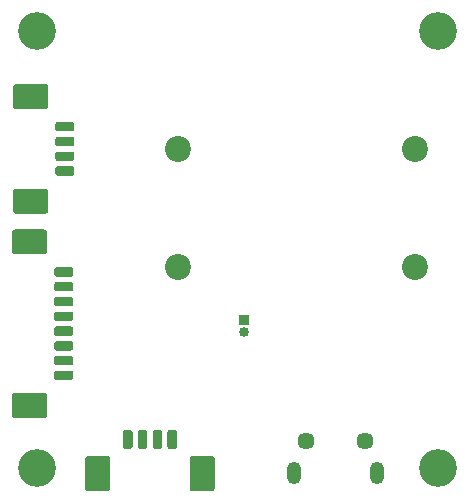
<source format=gbs>
G04 #@! TF.GenerationSoftware,KiCad,Pcbnew,(5.1.5)-3*
G04 #@! TF.CreationDate,2021-09-06T00:05:08-04:00*
G04 #@! TF.ProjectId,EPC611 LIDAR,45504336-3131-4204-9c49-4441522e6b69,rev?*
G04 #@! TF.SameCoordinates,Original*
G04 #@! TF.FileFunction,Soldermask,Bot*
G04 #@! TF.FilePolarity,Negative*
%FSLAX46Y46*%
G04 Gerber Fmt 4.6, Leading zero omitted, Abs format (unit mm)*
G04 Created by KiCad (PCBNEW (5.1.5)-3) date 2021-09-06 00:05:08*
%MOMM*%
%LPD*%
G04 APERTURE LIST*
%ADD10O,0.850000X0.850000*%
%ADD11R,0.850000X0.850000*%
%ADD12C,0.100000*%
%ADD13O,1.200000X1.900000*%
%ADD14C,1.450000*%
%ADD15C,3.200000*%
%ADD16C,2.200000*%
G04 APERTURE END LIST*
D10*
X100600000Y-100500000D03*
D11*
X100600000Y-99500000D03*
D12*
G36*
X83674594Y-91826203D02*
G01*
X83698853Y-91829802D01*
X83722642Y-91835761D01*
X83745733Y-91844023D01*
X83767902Y-91854508D01*
X83788937Y-91867116D01*
X83808635Y-91881725D01*
X83826806Y-91898194D01*
X83843275Y-91916365D01*
X83857884Y-91936063D01*
X83870492Y-91957098D01*
X83880977Y-91979267D01*
X83889239Y-92002358D01*
X83895198Y-92026147D01*
X83898797Y-92050406D01*
X83900000Y-92074900D01*
X83900000Y-93675100D01*
X83898797Y-93699594D01*
X83895198Y-93723853D01*
X83889239Y-93747642D01*
X83880977Y-93770733D01*
X83870492Y-93792902D01*
X83857884Y-93813937D01*
X83843275Y-93833635D01*
X83826806Y-93851806D01*
X83808635Y-93868275D01*
X83788937Y-93882884D01*
X83767902Y-93895492D01*
X83745733Y-93905977D01*
X83722642Y-93914239D01*
X83698853Y-93920198D01*
X83674594Y-93923797D01*
X83650100Y-93925000D01*
X81149900Y-93925000D01*
X81125406Y-93923797D01*
X81101147Y-93920198D01*
X81077358Y-93914239D01*
X81054267Y-93905977D01*
X81032098Y-93895492D01*
X81011063Y-93882884D01*
X80991365Y-93868275D01*
X80973194Y-93851806D01*
X80956725Y-93833635D01*
X80942116Y-93813937D01*
X80929508Y-93792902D01*
X80919023Y-93770733D01*
X80910761Y-93747642D01*
X80904802Y-93723853D01*
X80901203Y-93699594D01*
X80900000Y-93675100D01*
X80900000Y-92074900D01*
X80901203Y-92050406D01*
X80904802Y-92026147D01*
X80910761Y-92002358D01*
X80919023Y-91979267D01*
X80929508Y-91957098D01*
X80942116Y-91936063D01*
X80956725Y-91916365D01*
X80973194Y-91898194D01*
X80991365Y-91881725D01*
X81011063Y-91867116D01*
X81032098Y-91854508D01*
X81054267Y-91844023D01*
X81077358Y-91835761D01*
X81101147Y-91829802D01*
X81125406Y-91826203D01*
X81149900Y-91825000D01*
X83650100Y-91825000D01*
X83674594Y-91826203D01*
G37*
G36*
X83674504Y-105676204D02*
G01*
X83698773Y-105679804D01*
X83722571Y-105685765D01*
X83745671Y-105694030D01*
X83767849Y-105704520D01*
X83788893Y-105717133D01*
X83808598Y-105731747D01*
X83826777Y-105748223D01*
X83843253Y-105766402D01*
X83857867Y-105786107D01*
X83870480Y-105807151D01*
X83880970Y-105829329D01*
X83889235Y-105852429D01*
X83895196Y-105876227D01*
X83898796Y-105900496D01*
X83900000Y-105925000D01*
X83900000Y-107525000D01*
X83898796Y-107549504D01*
X83895196Y-107573773D01*
X83889235Y-107597571D01*
X83880970Y-107620671D01*
X83870480Y-107642849D01*
X83857867Y-107663893D01*
X83843253Y-107683598D01*
X83826777Y-107701777D01*
X83808598Y-107718253D01*
X83788893Y-107732867D01*
X83767849Y-107745480D01*
X83745671Y-107755970D01*
X83722571Y-107764235D01*
X83698773Y-107770196D01*
X83674504Y-107773796D01*
X83650000Y-107775000D01*
X81150000Y-107775000D01*
X81125496Y-107773796D01*
X81101227Y-107770196D01*
X81077429Y-107764235D01*
X81054329Y-107755970D01*
X81032151Y-107745480D01*
X81011107Y-107732867D01*
X80991402Y-107718253D01*
X80973223Y-107701777D01*
X80956747Y-107683598D01*
X80942133Y-107663893D01*
X80929520Y-107642849D01*
X80919030Y-107620671D01*
X80910765Y-107597571D01*
X80904804Y-107573773D01*
X80901204Y-107549504D01*
X80900000Y-107525000D01*
X80900000Y-105925000D01*
X80901204Y-105900496D01*
X80904804Y-105876227D01*
X80910765Y-105852429D01*
X80919030Y-105829329D01*
X80929520Y-105807151D01*
X80942133Y-105786107D01*
X80956747Y-105766402D01*
X80973223Y-105748223D01*
X80991402Y-105731747D01*
X81011107Y-105717133D01*
X81032151Y-105704520D01*
X81054329Y-105694030D01*
X81077429Y-105685765D01*
X81101227Y-105679804D01*
X81125496Y-105676204D01*
X81150000Y-105675000D01*
X83650000Y-105675000D01*
X83674504Y-105676204D01*
G37*
G36*
X85919603Y-95025963D02*
G01*
X85939018Y-95028843D01*
X85958057Y-95033612D01*
X85976537Y-95040224D01*
X85994279Y-95048616D01*
X86011114Y-95058706D01*
X86026879Y-95070398D01*
X86041421Y-95083579D01*
X86054602Y-95098121D01*
X86066294Y-95113886D01*
X86076384Y-95130721D01*
X86084776Y-95148463D01*
X86091388Y-95166943D01*
X86096157Y-95185982D01*
X86099037Y-95205397D01*
X86100000Y-95225000D01*
X86100000Y-95625000D01*
X86099037Y-95644603D01*
X86096157Y-95664018D01*
X86091388Y-95683057D01*
X86084776Y-95701537D01*
X86076384Y-95719279D01*
X86066294Y-95736114D01*
X86054602Y-95751879D01*
X86041421Y-95766421D01*
X86026879Y-95779602D01*
X86011114Y-95791294D01*
X85994279Y-95801384D01*
X85976537Y-95809776D01*
X85958057Y-95816388D01*
X85939018Y-95821157D01*
X85919603Y-95824037D01*
X85900000Y-95825000D01*
X84700000Y-95825000D01*
X84680397Y-95824037D01*
X84660982Y-95821157D01*
X84641943Y-95816388D01*
X84623463Y-95809776D01*
X84605721Y-95801384D01*
X84588886Y-95791294D01*
X84573121Y-95779602D01*
X84558579Y-95766421D01*
X84545398Y-95751879D01*
X84533706Y-95736114D01*
X84523616Y-95719279D01*
X84515224Y-95701537D01*
X84508612Y-95683057D01*
X84503843Y-95664018D01*
X84500963Y-95644603D01*
X84500000Y-95625000D01*
X84500000Y-95225000D01*
X84500963Y-95205397D01*
X84503843Y-95185982D01*
X84508612Y-95166943D01*
X84515224Y-95148463D01*
X84523616Y-95130721D01*
X84533706Y-95113886D01*
X84545398Y-95098121D01*
X84558579Y-95083579D01*
X84573121Y-95070398D01*
X84588886Y-95058706D01*
X84605721Y-95048616D01*
X84623463Y-95040224D01*
X84641943Y-95033612D01*
X84660982Y-95028843D01*
X84680397Y-95025963D01*
X84700000Y-95025000D01*
X85900000Y-95025000D01*
X85919603Y-95025963D01*
G37*
G36*
X85919603Y-96275963D02*
G01*
X85939018Y-96278843D01*
X85958057Y-96283612D01*
X85976537Y-96290224D01*
X85994279Y-96298616D01*
X86011114Y-96308706D01*
X86026879Y-96320398D01*
X86041421Y-96333579D01*
X86054602Y-96348121D01*
X86066294Y-96363886D01*
X86076384Y-96380721D01*
X86084776Y-96398463D01*
X86091388Y-96416943D01*
X86096157Y-96435982D01*
X86099037Y-96455397D01*
X86100000Y-96475000D01*
X86100000Y-96875000D01*
X86099037Y-96894603D01*
X86096157Y-96914018D01*
X86091388Y-96933057D01*
X86084776Y-96951537D01*
X86076384Y-96969279D01*
X86066294Y-96986114D01*
X86054602Y-97001879D01*
X86041421Y-97016421D01*
X86026879Y-97029602D01*
X86011114Y-97041294D01*
X85994279Y-97051384D01*
X85976537Y-97059776D01*
X85958057Y-97066388D01*
X85939018Y-97071157D01*
X85919603Y-97074037D01*
X85900000Y-97075000D01*
X84700000Y-97075000D01*
X84680397Y-97074037D01*
X84660982Y-97071157D01*
X84641943Y-97066388D01*
X84623463Y-97059776D01*
X84605721Y-97051384D01*
X84588886Y-97041294D01*
X84573121Y-97029602D01*
X84558579Y-97016421D01*
X84545398Y-97001879D01*
X84533706Y-96986114D01*
X84523616Y-96969279D01*
X84515224Y-96951537D01*
X84508612Y-96933057D01*
X84503843Y-96914018D01*
X84500963Y-96894603D01*
X84500000Y-96875000D01*
X84500000Y-96475000D01*
X84500963Y-96455397D01*
X84503843Y-96435982D01*
X84508612Y-96416943D01*
X84515224Y-96398463D01*
X84523616Y-96380721D01*
X84533706Y-96363886D01*
X84545398Y-96348121D01*
X84558579Y-96333579D01*
X84573121Y-96320398D01*
X84588886Y-96308706D01*
X84605721Y-96298616D01*
X84623463Y-96290224D01*
X84641943Y-96283612D01*
X84660982Y-96278843D01*
X84680397Y-96275963D01*
X84700000Y-96275000D01*
X85900000Y-96275000D01*
X85919603Y-96275963D01*
G37*
G36*
X85919603Y-97525963D02*
G01*
X85939018Y-97528843D01*
X85958057Y-97533612D01*
X85976537Y-97540224D01*
X85994279Y-97548616D01*
X86011114Y-97558706D01*
X86026879Y-97570398D01*
X86041421Y-97583579D01*
X86054602Y-97598121D01*
X86066294Y-97613886D01*
X86076384Y-97630721D01*
X86084776Y-97648463D01*
X86091388Y-97666943D01*
X86096157Y-97685982D01*
X86099037Y-97705397D01*
X86100000Y-97725000D01*
X86100000Y-98125000D01*
X86099037Y-98144603D01*
X86096157Y-98164018D01*
X86091388Y-98183057D01*
X86084776Y-98201537D01*
X86076384Y-98219279D01*
X86066294Y-98236114D01*
X86054602Y-98251879D01*
X86041421Y-98266421D01*
X86026879Y-98279602D01*
X86011114Y-98291294D01*
X85994279Y-98301384D01*
X85976537Y-98309776D01*
X85958057Y-98316388D01*
X85939018Y-98321157D01*
X85919603Y-98324037D01*
X85900000Y-98325000D01*
X84700000Y-98325000D01*
X84680397Y-98324037D01*
X84660982Y-98321157D01*
X84641943Y-98316388D01*
X84623463Y-98309776D01*
X84605721Y-98301384D01*
X84588886Y-98291294D01*
X84573121Y-98279602D01*
X84558579Y-98266421D01*
X84545398Y-98251879D01*
X84533706Y-98236114D01*
X84523616Y-98219279D01*
X84515224Y-98201537D01*
X84508612Y-98183057D01*
X84503843Y-98164018D01*
X84500963Y-98144603D01*
X84500000Y-98125000D01*
X84500000Y-97725000D01*
X84500963Y-97705397D01*
X84503843Y-97685982D01*
X84508612Y-97666943D01*
X84515224Y-97648463D01*
X84523616Y-97630721D01*
X84533706Y-97613886D01*
X84545398Y-97598121D01*
X84558579Y-97583579D01*
X84573121Y-97570398D01*
X84588886Y-97558706D01*
X84605721Y-97548616D01*
X84623463Y-97540224D01*
X84641943Y-97533612D01*
X84660982Y-97528843D01*
X84680397Y-97525963D01*
X84700000Y-97525000D01*
X85900000Y-97525000D01*
X85919603Y-97525963D01*
G37*
G36*
X85919603Y-98775963D02*
G01*
X85939018Y-98778843D01*
X85958057Y-98783612D01*
X85976537Y-98790224D01*
X85994279Y-98798616D01*
X86011114Y-98808706D01*
X86026879Y-98820398D01*
X86041421Y-98833579D01*
X86054602Y-98848121D01*
X86066294Y-98863886D01*
X86076384Y-98880721D01*
X86084776Y-98898463D01*
X86091388Y-98916943D01*
X86096157Y-98935982D01*
X86099037Y-98955397D01*
X86100000Y-98975000D01*
X86100000Y-99375000D01*
X86099037Y-99394603D01*
X86096157Y-99414018D01*
X86091388Y-99433057D01*
X86084776Y-99451537D01*
X86076384Y-99469279D01*
X86066294Y-99486114D01*
X86054602Y-99501879D01*
X86041421Y-99516421D01*
X86026879Y-99529602D01*
X86011114Y-99541294D01*
X85994279Y-99551384D01*
X85976537Y-99559776D01*
X85958057Y-99566388D01*
X85939018Y-99571157D01*
X85919603Y-99574037D01*
X85900000Y-99575000D01*
X84700000Y-99575000D01*
X84680397Y-99574037D01*
X84660982Y-99571157D01*
X84641943Y-99566388D01*
X84623463Y-99559776D01*
X84605721Y-99551384D01*
X84588886Y-99541294D01*
X84573121Y-99529602D01*
X84558579Y-99516421D01*
X84545398Y-99501879D01*
X84533706Y-99486114D01*
X84523616Y-99469279D01*
X84515224Y-99451537D01*
X84508612Y-99433057D01*
X84503843Y-99414018D01*
X84500963Y-99394603D01*
X84500000Y-99375000D01*
X84500000Y-98975000D01*
X84500963Y-98955397D01*
X84503843Y-98935982D01*
X84508612Y-98916943D01*
X84515224Y-98898463D01*
X84523616Y-98880721D01*
X84533706Y-98863886D01*
X84545398Y-98848121D01*
X84558579Y-98833579D01*
X84573121Y-98820398D01*
X84588886Y-98808706D01*
X84605721Y-98798616D01*
X84623463Y-98790224D01*
X84641943Y-98783612D01*
X84660982Y-98778843D01*
X84680397Y-98775963D01*
X84700000Y-98775000D01*
X85900000Y-98775000D01*
X85919603Y-98775963D01*
G37*
G36*
X85919603Y-100025963D02*
G01*
X85939018Y-100028843D01*
X85958057Y-100033612D01*
X85976537Y-100040224D01*
X85994279Y-100048616D01*
X86011114Y-100058706D01*
X86026879Y-100070398D01*
X86041421Y-100083579D01*
X86054602Y-100098121D01*
X86066294Y-100113886D01*
X86076384Y-100130721D01*
X86084776Y-100148463D01*
X86091388Y-100166943D01*
X86096157Y-100185982D01*
X86099037Y-100205397D01*
X86100000Y-100225000D01*
X86100000Y-100625000D01*
X86099037Y-100644603D01*
X86096157Y-100664018D01*
X86091388Y-100683057D01*
X86084776Y-100701537D01*
X86076384Y-100719279D01*
X86066294Y-100736114D01*
X86054602Y-100751879D01*
X86041421Y-100766421D01*
X86026879Y-100779602D01*
X86011114Y-100791294D01*
X85994279Y-100801384D01*
X85976537Y-100809776D01*
X85958057Y-100816388D01*
X85939018Y-100821157D01*
X85919603Y-100824037D01*
X85900000Y-100825000D01*
X84700000Y-100825000D01*
X84680397Y-100824037D01*
X84660982Y-100821157D01*
X84641943Y-100816388D01*
X84623463Y-100809776D01*
X84605721Y-100801384D01*
X84588886Y-100791294D01*
X84573121Y-100779602D01*
X84558579Y-100766421D01*
X84545398Y-100751879D01*
X84533706Y-100736114D01*
X84523616Y-100719279D01*
X84515224Y-100701537D01*
X84508612Y-100683057D01*
X84503843Y-100664018D01*
X84500963Y-100644603D01*
X84500000Y-100625000D01*
X84500000Y-100225000D01*
X84500963Y-100205397D01*
X84503843Y-100185982D01*
X84508612Y-100166943D01*
X84515224Y-100148463D01*
X84523616Y-100130721D01*
X84533706Y-100113886D01*
X84545398Y-100098121D01*
X84558579Y-100083579D01*
X84573121Y-100070398D01*
X84588886Y-100058706D01*
X84605721Y-100048616D01*
X84623463Y-100040224D01*
X84641943Y-100033612D01*
X84660982Y-100028843D01*
X84680397Y-100025963D01*
X84700000Y-100025000D01*
X85900000Y-100025000D01*
X85919603Y-100025963D01*
G37*
G36*
X85919603Y-101275963D02*
G01*
X85939018Y-101278843D01*
X85958057Y-101283612D01*
X85976537Y-101290224D01*
X85994279Y-101298616D01*
X86011114Y-101308706D01*
X86026879Y-101320398D01*
X86041421Y-101333579D01*
X86054602Y-101348121D01*
X86066294Y-101363886D01*
X86076384Y-101380721D01*
X86084776Y-101398463D01*
X86091388Y-101416943D01*
X86096157Y-101435982D01*
X86099037Y-101455397D01*
X86100000Y-101475000D01*
X86100000Y-101875000D01*
X86099037Y-101894603D01*
X86096157Y-101914018D01*
X86091388Y-101933057D01*
X86084776Y-101951537D01*
X86076384Y-101969279D01*
X86066294Y-101986114D01*
X86054602Y-102001879D01*
X86041421Y-102016421D01*
X86026879Y-102029602D01*
X86011114Y-102041294D01*
X85994279Y-102051384D01*
X85976537Y-102059776D01*
X85958057Y-102066388D01*
X85939018Y-102071157D01*
X85919603Y-102074037D01*
X85900000Y-102075000D01*
X84700000Y-102075000D01*
X84680397Y-102074037D01*
X84660982Y-102071157D01*
X84641943Y-102066388D01*
X84623463Y-102059776D01*
X84605721Y-102051384D01*
X84588886Y-102041294D01*
X84573121Y-102029602D01*
X84558579Y-102016421D01*
X84545398Y-102001879D01*
X84533706Y-101986114D01*
X84523616Y-101969279D01*
X84515224Y-101951537D01*
X84508612Y-101933057D01*
X84503843Y-101914018D01*
X84500963Y-101894603D01*
X84500000Y-101875000D01*
X84500000Y-101475000D01*
X84500963Y-101455397D01*
X84503843Y-101435982D01*
X84508612Y-101416943D01*
X84515224Y-101398463D01*
X84523616Y-101380721D01*
X84533706Y-101363886D01*
X84545398Y-101348121D01*
X84558579Y-101333579D01*
X84573121Y-101320398D01*
X84588886Y-101308706D01*
X84605721Y-101298616D01*
X84623463Y-101290224D01*
X84641943Y-101283612D01*
X84660982Y-101278843D01*
X84680397Y-101275963D01*
X84700000Y-101275000D01*
X85900000Y-101275000D01*
X85919603Y-101275963D01*
G37*
G36*
X85919603Y-102525963D02*
G01*
X85939018Y-102528843D01*
X85958057Y-102533612D01*
X85976537Y-102540224D01*
X85994279Y-102548616D01*
X86011114Y-102558706D01*
X86026879Y-102570398D01*
X86041421Y-102583579D01*
X86054602Y-102598121D01*
X86066294Y-102613886D01*
X86076384Y-102630721D01*
X86084776Y-102648463D01*
X86091388Y-102666943D01*
X86096157Y-102685982D01*
X86099037Y-102705397D01*
X86100000Y-102725000D01*
X86100000Y-103125000D01*
X86099037Y-103144603D01*
X86096157Y-103164018D01*
X86091388Y-103183057D01*
X86084776Y-103201537D01*
X86076384Y-103219279D01*
X86066294Y-103236114D01*
X86054602Y-103251879D01*
X86041421Y-103266421D01*
X86026879Y-103279602D01*
X86011114Y-103291294D01*
X85994279Y-103301384D01*
X85976537Y-103309776D01*
X85958057Y-103316388D01*
X85939018Y-103321157D01*
X85919603Y-103324037D01*
X85900000Y-103325000D01*
X84700000Y-103325000D01*
X84680397Y-103324037D01*
X84660982Y-103321157D01*
X84641943Y-103316388D01*
X84623463Y-103309776D01*
X84605721Y-103301384D01*
X84588886Y-103291294D01*
X84573121Y-103279602D01*
X84558579Y-103266421D01*
X84545398Y-103251879D01*
X84533706Y-103236114D01*
X84523616Y-103219279D01*
X84515224Y-103201537D01*
X84508612Y-103183057D01*
X84503843Y-103164018D01*
X84500963Y-103144603D01*
X84500000Y-103125000D01*
X84500000Y-102725000D01*
X84500963Y-102705397D01*
X84503843Y-102685982D01*
X84508612Y-102666943D01*
X84515224Y-102648463D01*
X84523616Y-102630721D01*
X84533706Y-102613886D01*
X84545398Y-102598121D01*
X84558579Y-102583579D01*
X84573121Y-102570398D01*
X84588886Y-102558706D01*
X84605721Y-102548616D01*
X84623463Y-102540224D01*
X84641943Y-102533612D01*
X84660982Y-102528843D01*
X84680397Y-102525963D01*
X84700000Y-102525000D01*
X85900000Y-102525000D01*
X85919603Y-102525963D01*
G37*
G36*
X85919603Y-103775963D02*
G01*
X85939018Y-103778843D01*
X85958057Y-103783612D01*
X85976537Y-103790224D01*
X85994279Y-103798616D01*
X86011114Y-103808706D01*
X86026879Y-103820398D01*
X86041421Y-103833579D01*
X86054602Y-103848121D01*
X86066294Y-103863886D01*
X86076384Y-103880721D01*
X86084776Y-103898463D01*
X86091388Y-103916943D01*
X86096157Y-103935982D01*
X86099037Y-103955397D01*
X86100000Y-103975000D01*
X86100000Y-104375000D01*
X86099037Y-104394603D01*
X86096157Y-104414018D01*
X86091388Y-104433057D01*
X86084776Y-104451537D01*
X86076384Y-104469279D01*
X86066294Y-104486114D01*
X86054602Y-104501879D01*
X86041421Y-104516421D01*
X86026879Y-104529602D01*
X86011114Y-104541294D01*
X85994279Y-104551384D01*
X85976537Y-104559776D01*
X85958057Y-104566388D01*
X85939018Y-104571157D01*
X85919603Y-104574037D01*
X85900000Y-104575000D01*
X84700000Y-104575000D01*
X84680397Y-104574037D01*
X84660982Y-104571157D01*
X84641943Y-104566388D01*
X84623463Y-104559776D01*
X84605721Y-104551384D01*
X84588886Y-104541294D01*
X84573121Y-104529602D01*
X84558579Y-104516421D01*
X84545398Y-104501879D01*
X84533706Y-104486114D01*
X84523616Y-104469279D01*
X84515224Y-104451537D01*
X84508612Y-104433057D01*
X84503843Y-104414018D01*
X84500963Y-104394603D01*
X84500000Y-104375000D01*
X84500000Y-103975000D01*
X84500963Y-103955397D01*
X84503843Y-103935982D01*
X84508612Y-103916943D01*
X84515224Y-103898463D01*
X84523616Y-103880721D01*
X84533706Y-103863886D01*
X84545398Y-103848121D01*
X84558579Y-103833579D01*
X84573121Y-103820398D01*
X84588886Y-103808706D01*
X84605721Y-103798616D01*
X84623463Y-103790224D01*
X84641943Y-103783612D01*
X84660982Y-103778843D01*
X84680397Y-103775963D01*
X84700000Y-103775000D01*
X85900000Y-103775000D01*
X85919603Y-103775963D01*
G37*
D13*
X111800000Y-112437500D03*
X104800000Y-112437500D03*
D14*
X110800000Y-109737500D03*
X105800000Y-109737500D03*
D12*
G36*
X83774504Y-79526204D02*
G01*
X83798773Y-79529804D01*
X83822571Y-79535765D01*
X83845671Y-79544030D01*
X83867849Y-79554520D01*
X83888893Y-79567133D01*
X83908598Y-79581747D01*
X83926777Y-79598223D01*
X83943253Y-79616402D01*
X83957867Y-79636107D01*
X83970480Y-79657151D01*
X83980970Y-79679329D01*
X83989235Y-79702429D01*
X83995196Y-79726227D01*
X83998796Y-79750496D01*
X84000000Y-79775000D01*
X84000000Y-81375000D01*
X83998796Y-81399504D01*
X83995196Y-81423773D01*
X83989235Y-81447571D01*
X83980970Y-81470671D01*
X83970480Y-81492849D01*
X83957867Y-81513893D01*
X83943253Y-81533598D01*
X83926777Y-81551777D01*
X83908598Y-81568253D01*
X83888893Y-81582867D01*
X83867849Y-81595480D01*
X83845671Y-81605970D01*
X83822571Y-81614235D01*
X83798773Y-81620196D01*
X83774504Y-81623796D01*
X83750000Y-81625000D01*
X81250000Y-81625000D01*
X81225496Y-81623796D01*
X81201227Y-81620196D01*
X81177429Y-81614235D01*
X81154329Y-81605970D01*
X81132151Y-81595480D01*
X81111107Y-81582867D01*
X81091402Y-81568253D01*
X81073223Y-81551777D01*
X81056747Y-81533598D01*
X81042133Y-81513893D01*
X81029520Y-81492849D01*
X81019030Y-81470671D01*
X81010765Y-81447571D01*
X81004804Y-81423773D01*
X81001204Y-81399504D01*
X81000000Y-81375000D01*
X81000000Y-79775000D01*
X81001204Y-79750496D01*
X81004804Y-79726227D01*
X81010765Y-79702429D01*
X81019030Y-79679329D01*
X81029520Y-79657151D01*
X81042133Y-79636107D01*
X81056747Y-79616402D01*
X81073223Y-79598223D01*
X81091402Y-79581747D01*
X81111107Y-79567133D01*
X81132151Y-79554520D01*
X81154329Y-79544030D01*
X81177429Y-79535765D01*
X81201227Y-79529804D01*
X81225496Y-79526204D01*
X81250000Y-79525000D01*
X83750000Y-79525000D01*
X83774504Y-79526204D01*
G37*
G36*
X83774504Y-88376204D02*
G01*
X83798773Y-88379804D01*
X83822571Y-88385765D01*
X83845671Y-88394030D01*
X83867849Y-88404520D01*
X83888893Y-88417133D01*
X83908598Y-88431747D01*
X83926777Y-88448223D01*
X83943253Y-88466402D01*
X83957867Y-88486107D01*
X83970480Y-88507151D01*
X83980970Y-88529329D01*
X83989235Y-88552429D01*
X83995196Y-88576227D01*
X83998796Y-88600496D01*
X84000000Y-88625000D01*
X84000000Y-90225000D01*
X83998796Y-90249504D01*
X83995196Y-90273773D01*
X83989235Y-90297571D01*
X83980970Y-90320671D01*
X83970480Y-90342849D01*
X83957867Y-90363893D01*
X83943253Y-90383598D01*
X83926777Y-90401777D01*
X83908598Y-90418253D01*
X83888893Y-90432867D01*
X83867849Y-90445480D01*
X83845671Y-90455970D01*
X83822571Y-90464235D01*
X83798773Y-90470196D01*
X83774504Y-90473796D01*
X83750000Y-90475000D01*
X81250000Y-90475000D01*
X81225496Y-90473796D01*
X81201227Y-90470196D01*
X81177429Y-90464235D01*
X81154329Y-90455970D01*
X81132151Y-90445480D01*
X81111107Y-90432867D01*
X81091402Y-90418253D01*
X81073223Y-90401777D01*
X81056747Y-90383598D01*
X81042133Y-90363893D01*
X81029520Y-90342849D01*
X81019030Y-90320671D01*
X81010765Y-90297571D01*
X81004804Y-90273773D01*
X81001204Y-90249504D01*
X81000000Y-90225000D01*
X81000000Y-88625000D01*
X81001204Y-88600496D01*
X81004804Y-88576227D01*
X81010765Y-88552429D01*
X81019030Y-88529329D01*
X81029520Y-88507151D01*
X81042133Y-88486107D01*
X81056747Y-88466402D01*
X81073223Y-88448223D01*
X81091402Y-88431747D01*
X81111107Y-88417133D01*
X81132151Y-88404520D01*
X81154329Y-88394030D01*
X81177429Y-88385765D01*
X81201227Y-88379804D01*
X81225496Y-88376204D01*
X81250000Y-88375000D01*
X83750000Y-88375000D01*
X83774504Y-88376204D01*
G37*
G36*
X86019603Y-82725963D02*
G01*
X86039018Y-82728843D01*
X86058057Y-82733612D01*
X86076537Y-82740224D01*
X86094279Y-82748616D01*
X86111114Y-82758706D01*
X86126879Y-82770398D01*
X86141421Y-82783579D01*
X86154602Y-82798121D01*
X86166294Y-82813886D01*
X86176384Y-82830721D01*
X86184776Y-82848463D01*
X86191388Y-82866943D01*
X86196157Y-82885982D01*
X86199037Y-82905397D01*
X86200000Y-82925000D01*
X86200000Y-83325000D01*
X86199037Y-83344603D01*
X86196157Y-83364018D01*
X86191388Y-83383057D01*
X86184776Y-83401537D01*
X86176384Y-83419279D01*
X86166294Y-83436114D01*
X86154602Y-83451879D01*
X86141421Y-83466421D01*
X86126879Y-83479602D01*
X86111114Y-83491294D01*
X86094279Y-83501384D01*
X86076537Y-83509776D01*
X86058057Y-83516388D01*
X86039018Y-83521157D01*
X86019603Y-83524037D01*
X86000000Y-83525000D01*
X84800000Y-83525000D01*
X84780397Y-83524037D01*
X84760982Y-83521157D01*
X84741943Y-83516388D01*
X84723463Y-83509776D01*
X84705721Y-83501384D01*
X84688886Y-83491294D01*
X84673121Y-83479602D01*
X84658579Y-83466421D01*
X84645398Y-83451879D01*
X84633706Y-83436114D01*
X84623616Y-83419279D01*
X84615224Y-83401537D01*
X84608612Y-83383057D01*
X84603843Y-83364018D01*
X84600963Y-83344603D01*
X84600000Y-83325000D01*
X84600000Y-82925000D01*
X84600963Y-82905397D01*
X84603843Y-82885982D01*
X84608612Y-82866943D01*
X84615224Y-82848463D01*
X84623616Y-82830721D01*
X84633706Y-82813886D01*
X84645398Y-82798121D01*
X84658579Y-82783579D01*
X84673121Y-82770398D01*
X84688886Y-82758706D01*
X84705721Y-82748616D01*
X84723463Y-82740224D01*
X84741943Y-82733612D01*
X84760982Y-82728843D01*
X84780397Y-82725963D01*
X84800000Y-82725000D01*
X86000000Y-82725000D01*
X86019603Y-82725963D01*
G37*
G36*
X86019603Y-83975963D02*
G01*
X86039018Y-83978843D01*
X86058057Y-83983612D01*
X86076537Y-83990224D01*
X86094279Y-83998616D01*
X86111114Y-84008706D01*
X86126879Y-84020398D01*
X86141421Y-84033579D01*
X86154602Y-84048121D01*
X86166294Y-84063886D01*
X86176384Y-84080721D01*
X86184776Y-84098463D01*
X86191388Y-84116943D01*
X86196157Y-84135982D01*
X86199037Y-84155397D01*
X86200000Y-84175000D01*
X86200000Y-84575000D01*
X86199037Y-84594603D01*
X86196157Y-84614018D01*
X86191388Y-84633057D01*
X86184776Y-84651537D01*
X86176384Y-84669279D01*
X86166294Y-84686114D01*
X86154602Y-84701879D01*
X86141421Y-84716421D01*
X86126879Y-84729602D01*
X86111114Y-84741294D01*
X86094279Y-84751384D01*
X86076537Y-84759776D01*
X86058057Y-84766388D01*
X86039018Y-84771157D01*
X86019603Y-84774037D01*
X86000000Y-84775000D01*
X84800000Y-84775000D01*
X84780397Y-84774037D01*
X84760982Y-84771157D01*
X84741943Y-84766388D01*
X84723463Y-84759776D01*
X84705721Y-84751384D01*
X84688886Y-84741294D01*
X84673121Y-84729602D01*
X84658579Y-84716421D01*
X84645398Y-84701879D01*
X84633706Y-84686114D01*
X84623616Y-84669279D01*
X84615224Y-84651537D01*
X84608612Y-84633057D01*
X84603843Y-84614018D01*
X84600963Y-84594603D01*
X84600000Y-84575000D01*
X84600000Y-84175000D01*
X84600963Y-84155397D01*
X84603843Y-84135982D01*
X84608612Y-84116943D01*
X84615224Y-84098463D01*
X84623616Y-84080721D01*
X84633706Y-84063886D01*
X84645398Y-84048121D01*
X84658579Y-84033579D01*
X84673121Y-84020398D01*
X84688886Y-84008706D01*
X84705721Y-83998616D01*
X84723463Y-83990224D01*
X84741943Y-83983612D01*
X84760982Y-83978843D01*
X84780397Y-83975963D01*
X84800000Y-83975000D01*
X86000000Y-83975000D01*
X86019603Y-83975963D01*
G37*
G36*
X86019603Y-85225963D02*
G01*
X86039018Y-85228843D01*
X86058057Y-85233612D01*
X86076537Y-85240224D01*
X86094279Y-85248616D01*
X86111114Y-85258706D01*
X86126879Y-85270398D01*
X86141421Y-85283579D01*
X86154602Y-85298121D01*
X86166294Y-85313886D01*
X86176384Y-85330721D01*
X86184776Y-85348463D01*
X86191388Y-85366943D01*
X86196157Y-85385982D01*
X86199037Y-85405397D01*
X86200000Y-85425000D01*
X86200000Y-85825000D01*
X86199037Y-85844603D01*
X86196157Y-85864018D01*
X86191388Y-85883057D01*
X86184776Y-85901537D01*
X86176384Y-85919279D01*
X86166294Y-85936114D01*
X86154602Y-85951879D01*
X86141421Y-85966421D01*
X86126879Y-85979602D01*
X86111114Y-85991294D01*
X86094279Y-86001384D01*
X86076537Y-86009776D01*
X86058057Y-86016388D01*
X86039018Y-86021157D01*
X86019603Y-86024037D01*
X86000000Y-86025000D01*
X84800000Y-86025000D01*
X84780397Y-86024037D01*
X84760982Y-86021157D01*
X84741943Y-86016388D01*
X84723463Y-86009776D01*
X84705721Y-86001384D01*
X84688886Y-85991294D01*
X84673121Y-85979602D01*
X84658579Y-85966421D01*
X84645398Y-85951879D01*
X84633706Y-85936114D01*
X84623616Y-85919279D01*
X84615224Y-85901537D01*
X84608612Y-85883057D01*
X84603843Y-85864018D01*
X84600963Y-85844603D01*
X84600000Y-85825000D01*
X84600000Y-85425000D01*
X84600963Y-85405397D01*
X84603843Y-85385982D01*
X84608612Y-85366943D01*
X84615224Y-85348463D01*
X84623616Y-85330721D01*
X84633706Y-85313886D01*
X84645398Y-85298121D01*
X84658579Y-85283579D01*
X84673121Y-85270398D01*
X84688886Y-85258706D01*
X84705721Y-85248616D01*
X84723463Y-85240224D01*
X84741943Y-85233612D01*
X84760982Y-85228843D01*
X84780397Y-85225963D01*
X84800000Y-85225000D01*
X86000000Y-85225000D01*
X86019603Y-85225963D01*
G37*
G36*
X86019603Y-86475963D02*
G01*
X86039018Y-86478843D01*
X86058057Y-86483612D01*
X86076537Y-86490224D01*
X86094279Y-86498616D01*
X86111114Y-86508706D01*
X86126879Y-86520398D01*
X86141421Y-86533579D01*
X86154602Y-86548121D01*
X86166294Y-86563886D01*
X86176384Y-86580721D01*
X86184776Y-86598463D01*
X86191388Y-86616943D01*
X86196157Y-86635982D01*
X86199037Y-86655397D01*
X86200000Y-86675000D01*
X86200000Y-87075000D01*
X86199037Y-87094603D01*
X86196157Y-87114018D01*
X86191388Y-87133057D01*
X86184776Y-87151537D01*
X86176384Y-87169279D01*
X86166294Y-87186114D01*
X86154602Y-87201879D01*
X86141421Y-87216421D01*
X86126879Y-87229602D01*
X86111114Y-87241294D01*
X86094279Y-87251384D01*
X86076537Y-87259776D01*
X86058057Y-87266388D01*
X86039018Y-87271157D01*
X86019603Y-87274037D01*
X86000000Y-87275000D01*
X84800000Y-87275000D01*
X84780397Y-87274037D01*
X84760982Y-87271157D01*
X84741943Y-87266388D01*
X84723463Y-87259776D01*
X84705721Y-87251384D01*
X84688886Y-87241294D01*
X84673121Y-87229602D01*
X84658579Y-87216421D01*
X84645398Y-87201879D01*
X84633706Y-87186114D01*
X84623616Y-87169279D01*
X84615224Y-87151537D01*
X84608612Y-87133057D01*
X84603843Y-87114018D01*
X84600963Y-87094603D01*
X84600000Y-87075000D01*
X84600000Y-86675000D01*
X84600963Y-86655397D01*
X84603843Y-86635982D01*
X84608612Y-86616943D01*
X84615224Y-86598463D01*
X84623616Y-86580721D01*
X84633706Y-86563886D01*
X84645398Y-86548121D01*
X84658579Y-86533579D01*
X84673121Y-86520398D01*
X84688886Y-86508706D01*
X84705721Y-86498616D01*
X84723463Y-86490224D01*
X84741943Y-86483612D01*
X84760982Y-86478843D01*
X84780397Y-86475963D01*
X84800000Y-86475000D01*
X86000000Y-86475000D01*
X86019603Y-86475963D01*
G37*
G36*
X88999504Y-111001204D02*
G01*
X89023773Y-111004804D01*
X89047571Y-111010765D01*
X89070671Y-111019030D01*
X89092849Y-111029520D01*
X89113893Y-111042133D01*
X89133598Y-111056747D01*
X89151777Y-111073223D01*
X89168253Y-111091402D01*
X89182867Y-111111107D01*
X89195480Y-111132151D01*
X89205970Y-111154329D01*
X89214235Y-111177429D01*
X89220196Y-111201227D01*
X89223796Y-111225496D01*
X89225000Y-111250000D01*
X89225000Y-113750000D01*
X89223796Y-113774504D01*
X89220196Y-113798773D01*
X89214235Y-113822571D01*
X89205970Y-113845671D01*
X89195480Y-113867849D01*
X89182867Y-113888893D01*
X89168253Y-113908598D01*
X89151777Y-113926777D01*
X89133598Y-113943253D01*
X89113893Y-113957867D01*
X89092849Y-113970480D01*
X89070671Y-113980970D01*
X89047571Y-113989235D01*
X89023773Y-113995196D01*
X88999504Y-113998796D01*
X88975000Y-114000000D01*
X87375000Y-114000000D01*
X87350496Y-113998796D01*
X87326227Y-113995196D01*
X87302429Y-113989235D01*
X87279329Y-113980970D01*
X87257151Y-113970480D01*
X87236107Y-113957867D01*
X87216402Y-113943253D01*
X87198223Y-113926777D01*
X87181747Y-113908598D01*
X87167133Y-113888893D01*
X87154520Y-113867849D01*
X87144030Y-113845671D01*
X87135765Y-113822571D01*
X87129804Y-113798773D01*
X87126204Y-113774504D01*
X87125000Y-113750000D01*
X87125000Y-111250000D01*
X87126204Y-111225496D01*
X87129804Y-111201227D01*
X87135765Y-111177429D01*
X87144030Y-111154329D01*
X87154520Y-111132151D01*
X87167133Y-111111107D01*
X87181747Y-111091402D01*
X87198223Y-111073223D01*
X87216402Y-111056747D01*
X87236107Y-111042133D01*
X87257151Y-111029520D01*
X87279329Y-111019030D01*
X87302429Y-111010765D01*
X87326227Y-111004804D01*
X87350496Y-111001204D01*
X87375000Y-111000000D01*
X88975000Y-111000000D01*
X88999504Y-111001204D01*
G37*
G36*
X97849504Y-111001204D02*
G01*
X97873773Y-111004804D01*
X97897571Y-111010765D01*
X97920671Y-111019030D01*
X97942849Y-111029520D01*
X97963893Y-111042133D01*
X97983598Y-111056747D01*
X98001777Y-111073223D01*
X98018253Y-111091402D01*
X98032867Y-111111107D01*
X98045480Y-111132151D01*
X98055970Y-111154329D01*
X98064235Y-111177429D01*
X98070196Y-111201227D01*
X98073796Y-111225496D01*
X98075000Y-111250000D01*
X98075000Y-113750000D01*
X98073796Y-113774504D01*
X98070196Y-113798773D01*
X98064235Y-113822571D01*
X98055970Y-113845671D01*
X98045480Y-113867849D01*
X98032867Y-113888893D01*
X98018253Y-113908598D01*
X98001777Y-113926777D01*
X97983598Y-113943253D01*
X97963893Y-113957867D01*
X97942849Y-113970480D01*
X97920671Y-113980970D01*
X97897571Y-113989235D01*
X97873773Y-113995196D01*
X97849504Y-113998796D01*
X97825000Y-114000000D01*
X96225000Y-114000000D01*
X96200496Y-113998796D01*
X96176227Y-113995196D01*
X96152429Y-113989235D01*
X96129329Y-113980970D01*
X96107151Y-113970480D01*
X96086107Y-113957867D01*
X96066402Y-113943253D01*
X96048223Y-113926777D01*
X96031747Y-113908598D01*
X96017133Y-113888893D01*
X96004520Y-113867849D01*
X95994030Y-113845671D01*
X95985765Y-113822571D01*
X95979804Y-113798773D01*
X95976204Y-113774504D01*
X95975000Y-113750000D01*
X95975000Y-111250000D01*
X95976204Y-111225496D01*
X95979804Y-111201227D01*
X95985765Y-111177429D01*
X95994030Y-111154329D01*
X96004520Y-111132151D01*
X96017133Y-111111107D01*
X96031747Y-111091402D01*
X96048223Y-111073223D01*
X96066402Y-111056747D01*
X96086107Y-111042133D01*
X96107151Y-111029520D01*
X96129329Y-111019030D01*
X96152429Y-111010765D01*
X96176227Y-111004804D01*
X96200496Y-111001204D01*
X96225000Y-111000000D01*
X97825000Y-111000000D01*
X97849504Y-111001204D01*
G37*
G36*
X90944603Y-108800963D02*
G01*
X90964018Y-108803843D01*
X90983057Y-108808612D01*
X91001537Y-108815224D01*
X91019279Y-108823616D01*
X91036114Y-108833706D01*
X91051879Y-108845398D01*
X91066421Y-108858579D01*
X91079602Y-108873121D01*
X91091294Y-108888886D01*
X91101384Y-108905721D01*
X91109776Y-108923463D01*
X91116388Y-108941943D01*
X91121157Y-108960982D01*
X91124037Y-108980397D01*
X91125000Y-109000000D01*
X91125000Y-110200000D01*
X91124037Y-110219603D01*
X91121157Y-110239018D01*
X91116388Y-110258057D01*
X91109776Y-110276537D01*
X91101384Y-110294279D01*
X91091294Y-110311114D01*
X91079602Y-110326879D01*
X91066421Y-110341421D01*
X91051879Y-110354602D01*
X91036114Y-110366294D01*
X91019279Y-110376384D01*
X91001537Y-110384776D01*
X90983057Y-110391388D01*
X90964018Y-110396157D01*
X90944603Y-110399037D01*
X90925000Y-110400000D01*
X90525000Y-110400000D01*
X90505397Y-110399037D01*
X90485982Y-110396157D01*
X90466943Y-110391388D01*
X90448463Y-110384776D01*
X90430721Y-110376384D01*
X90413886Y-110366294D01*
X90398121Y-110354602D01*
X90383579Y-110341421D01*
X90370398Y-110326879D01*
X90358706Y-110311114D01*
X90348616Y-110294279D01*
X90340224Y-110276537D01*
X90333612Y-110258057D01*
X90328843Y-110239018D01*
X90325963Y-110219603D01*
X90325000Y-110200000D01*
X90325000Y-109000000D01*
X90325963Y-108980397D01*
X90328843Y-108960982D01*
X90333612Y-108941943D01*
X90340224Y-108923463D01*
X90348616Y-108905721D01*
X90358706Y-108888886D01*
X90370398Y-108873121D01*
X90383579Y-108858579D01*
X90398121Y-108845398D01*
X90413886Y-108833706D01*
X90430721Y-108823616D01*
X90448463Y-108815224D01*
X90466943Y-108808612D01*
X90485982Y-108803843D01*
X90505397Y-108800963D01*
X90525000Y-108800000D01*
X90925000Y-108800000D01*
X90944603Y-108800963D01*
G37*
G36*
X92194603Y-108800963D02*
G01*
X92214018Y-108803843D01*
X92233057Y-108808612D01*
X92251537Y-108815224D01*
X92269279Y-108823616D01*
X92286114Y-108833706D01*
X92301879Y-108845398D01*
X92316421Y-108858579D01*
X92329602Y-108873121D01*
X92341294Y-108888886D01*
X92351384Y-108905721D01*
X92359776Y-108923463D01*
X92366388Y-108941943D01*
X92371157Y-108960982D01*
X92374037Y-108980397D01*
X92375000Y-109000000D01*
X92375000Y-110200000D01*
X92374037Y-110219603D01*
X92371157Y-110239018D01*
X92366388Y-110258057D01*
X92359776Y-110276537D01*
X92351384Y-110294279D01*
X92341294Y-110311114D01*
X92329602Y-110326879D01*
X92316421Y-110341421D01*
X92301879Y-110354602D01*
X92286114Y-110366294D01*
X92269279Y-110376384D01*
X92251537Y-110384776D01*
X92233057Y-110391388D01*
X92214018Y-110396157D01*
X92194603Y-110399037D01*
X92175000Y-110400000D01*
X91775000Y-110400000D01*
X91755397Y-110399037D01*
X91735982Y-110396157D01*
X91716943Y-110391388D01*
X91698463Y-110384776D01*
X91680721Y-110376384D01*
X91663886Y-110366294D01*
X91648121Y-110354602D01*
X91633579Y-110341421D01*
X91620398Y-110326879D01*
X91608706Y-110311114D01*
X91598616Y-110294279D01*
X91590224Y-110276537D01*
X91583612Y-110258057D01*
X91578843Y-110239018D01*
X91575963Y-110219603D01*
X91575000Y-110200000D01*
X91575000Y-109000000D01*
X91575963Y-108980397D01*
X91578843Y-108960982D01*
X91583612Y-108941943D01*
X91590224Y-108923463D01*
X91598616Y-108905721D01*
X91608706Y-108888886D01*
X91620398Y-108873121D01*
X91633579Y-108858579D01*
X91648121Y-108845398D01*
X91663886Y-108833706D01*
X91680721Y-108823616D01*
X91698463Y-108815224D01*
X91716943Y-108808612D01*
X91735982Y-108803843D01*
X91755397Y-108800963D01*
X91775000Y-108800000D01*
X92175000Y-108800000D01*
X92194603Y-108800963D01*
G37*
G36*
X93444603Y-108800963D02*
G01*
X93464018Y-108803843D01*
X93483057Y-108808612D01*
X93501537Y-108815224D01*
X93519279Y-108823616D01*
X93536114Y-108833706D01*
X93551879Y-108845398D01*
X93566421Y-108858579D01*
X93579602Y-108873121D01*
X93591294Y-108888886D01*
X93601384Y-108905721D01*
X93609776Y-108923463D01*
X93616388Y-108941943D01*
X93621157Y-108960982D01*
X93624037Y-108980397D01*
X93625000Y-109000000D01*
X93625000Y-110200000D01*
X93624037Y-110219603D01*
X93621157Y-110239018D01*
X93616388Y-110258057D01*
X93609776Y-110276537D01*
X93601384Y-110294279D01*
X93591294Y-110311114D01*
X93579602Y-110326879D01*
X93566421Y-110341421D01*
X93551879Y-110354602D01*
X93536114Y-110366294D01*
X93519279Y-110376384D01*
X93501537Y-110384776D01*
X93483057Y-110391388D01*
X93464018Y-110396157D01*
X93444603Y-110399037D01*
X93425000Y-110400000D01*
X93025000Y-110400000D01*
X93005397Y-110399037D01*
X92985982Y-110396157D01*
X92966943Y-110391388D01*
X92948463Y-110384776D01*
X92930721Y-110376384D01*
X92913886Y-110366294D01*
X92898121Y-110354602D01*
X92883579Y-110341421D01*
X92870398Y-110326879D01*
X92858706Y-110311114D01*
X92848616Y-110294279D01*
X92840224Y-110276537D01*
X92833612Y-110258057D01*
X92828843Y-110239018D01*
X92825963Y-110219603D01*
X92825000Y-110200000D01*
X92825000Y-109000000D01*
X92825963Y-108980397D01*
X92828843Y-108960982D01*
X92833612Y-108941943D01*
X92840224Y-108923463D01*
X92848616Y-108905721D01*
X92858706Y-108888886D01*
X92870398Y-108873121D01*
X92883579Y-108858579D01*
X92898121Y-108845398D01*
X92913886Y-108833706D01*
X92930721Y-108823616D01*
X92948463Y-108815224D01*
X92966943Y-108808612D01*
X92985982Y-108803843D01*
X93005397Y-108800963D01*
X93025000Y-108800000D01*
X93425000Y-108800000D01*
X93444603Y-108800963D01*
G37*
G36*
X94694603Y-108800963D02*
G01*
X94714018Y-108803843D01*
X94733057Y-108808612D01*
X94751537Y-108815224D01*
X94769279Y-108823616D01*
X94786114Y-108833706D01*
X94801879Y-108845398D01*
X94816421Y-108858579D01*
X94829602Y-108873121D01*
X94841294Y-108888886D01*
X94851384Y-108905721D01*
X94859776Y-108923463D01*
X94866388Y-108941943D01*
X94871157Y-108960982D01*
X94874037Y-108980397D01*
X94875000Y-109000000D01*
X94875000Y-110200000D01*
X94874037Y-110219603D01*
X94871157Y-110239018D01*
X94866388Y-110258057D01*
X94859776Y-110276537D01*
X94851384Y-110294279D01*
X94841294Y-110311114D01*
X94829602Y-110326879D01*
X94816421Y-110341421D01*
X94801879Y-110354602D01*
X94786114Y-110366294D01*
X94769279Y-110376384D01*
X94751537Y-110384776D01*
X94733057Y-110391388D01*
X94714018Y-110396157D01*
X94694603Y-110399037D01*
X94675000Y-110400000D01*
X94275000Y-110400000D01*
X94255397Y-110399037D01*
X94235982Y-110396157D01*
X94216943Y-110391388D01*
X94198463Y-110384776D01*
X94180721Y-110376384D01*
X94163886Y-110366294D01*
X94148121Y-110354602D01*
X94133579Y-110341421D01*
X94120398Y-110326879D01*
X94108706Y-110311114D01*
X94098616Y-110294279D01*
X94090224Y-110276537D01*
X94083612Y-110258057D01*
X94078843Y-110239018D01*
X94075963Y-110219603D01*
X94075000Y-110200000D01*
X94075000Y-109000000D01*
X94075963Y-108980397D01*
X94078843Y-108960982D01*
X94083612Y-108941943D01*
X94090224Y-108923463D01*
X94098616Y-108905721D01*
X94108706Y-108888886D01*
X94120398Y-108873121D01*
X94133579Y-108858579D01*
X94148121Y-108845398D01*
X94163886Y-108833706D01*
X94180721Y-108823616D01*
X94198463Y-108815224D01*
X94216943Y-108808612D01*
X94235982Y-108803843D01*
X94255397Y-108800963D01*
X94275000Y-108800000D01*
X94675000Y-108800000D01*
X94694603Y-108800963D01*
G37*
D15*
X117000000Y-75000000D03*
X83000000Y-75000000D03*
X83000000Y-112000000D03*
X117000000Y-112000000D03*
D16*
X115000000Y-95000000D03*
X115000000Y-85000000D03*
X95000000Y-95000000D03*
X95000000Y-85000000D03*
M02*

</source>
